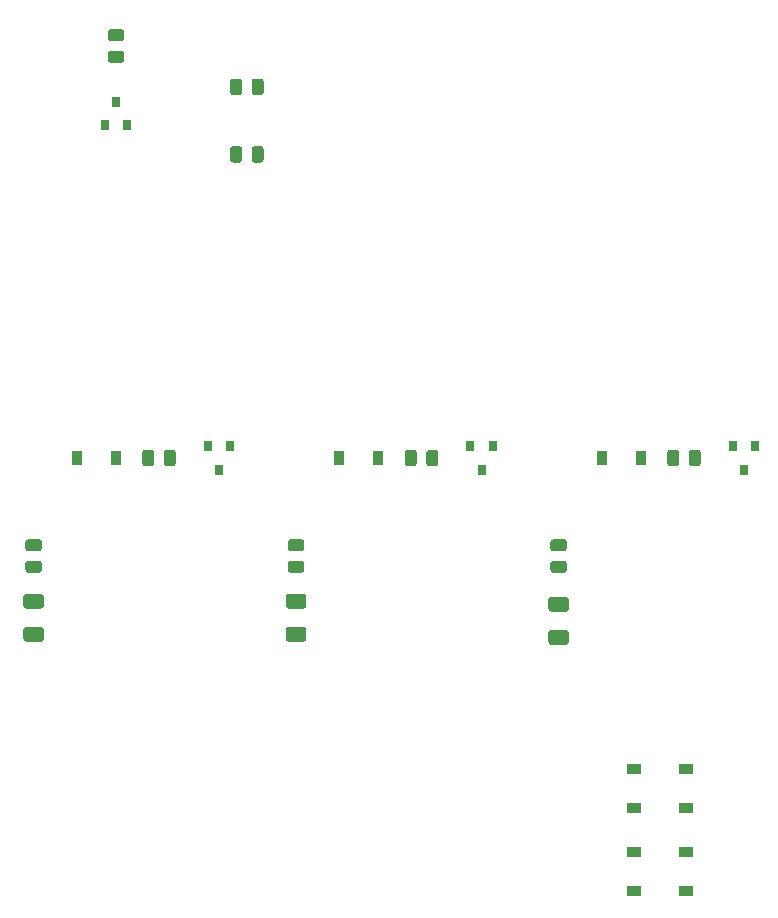
<source format=gbr>
%TF.GenerationSoftware,KiCad,Pcbnew,5.1.10*%
%TF.CreationDate,2022-03-18T21:46:21+01:00*%
%TF.ProjectId,ChickenDoor_V1,43686963-6b65-46e4-946f-6f725f56312e,V1*%
%TF.SameCoordinates,Original*%
%TF.FileFunction,Paste,Top*%
%TF.FilePolarity,Positive*%
%FSLAX46Y46*%
G04 Gerber Fmt 4.6, Leading zero omitted, Abs format (unit mm)*
G04 Created by KiCad (PCBNEW 5.1.10) date 2022-03-18 21:46:21*
%MOMM*%
%LPD*%
G01*
G04 APERTURE LIST*
%ADD10R,0.800000X0.900000*%
%ADD11R,0.900000X1.200000*%
%ADD12R,1.200000X0.900000*%
G04 APERTURE END LIST*
%TO.C,R7*%
G36*
G01*
X83227500Y-103320002D02*
X83227500Y-102419998D01*
G75*
G02*
X83477498Y-102170000I249998J0D01*
G01*
X84002502Y-102170000D01*
G75*
G02*
X84252500Y-102419998I0J-249998D01*
G01*
X84252500Y-103320002D01*
G75*
G02*
X84002502Y-103570000I-249998J0D01*
G01*
X83477498Y-103570000D01*
G75*
G02*
X83227500Y-103320002I0J249998D01*
G01*
G37*
G36*
G01*
X81402500Y-103320002D02*
X81402500Y-102419998D01*
G75*
G02*
X81652498Y-102170000I249998J0D01*
G01*
X82177502Y-102170000D01*
G75*
G02*
X82427500Y-102419998I0J-249998D01*
G01*
X82427500Y-103320002D01*
G75*
G02*
X82177502Y-103570000I-249998J0D01*
G01*
X81652498Y-103570000D01*
G75*
G02*
X81402500Y-103320002I0J249998D01*
G01*
G37*
%TD*%
D10*
%TO.C,Q4*%
X71755000Y-98425000D03*
X72705000Y-100425000D03*
X70805000Y-100425000D03*
%TD*%
%TO.C,D4*%
G36*
G01*
X108595000Y-143145000D02*
X109845000Y-143145000D01*
G75*
G02*
X110095000Y-143395000I0J-250000D01*
G01*
X110095000Y-144145000D01*
G75*
G02*
X109845000Y-144395000I-250000J0D01*
G01*
X108595000Y-144395000D01*
G75*
G02*
X108345000Y-144145000I0J250000D01*
G01*
X108345000Y-143395000D01*
G75*
G02*
X108595000Y-143145000I250000J0D01*
G01*
G37*
G36*
G01*
X108595000Y-140345000D02*
X109845000Y-140345000D01*
G75*
G02*
X110095000Y-140595000I0J-250000D01*
G01*
X110095000Y-141345000D01*
G75*
G02*
X109845000Y-141595000I-250000J0D01*
G01*
X108595000Y-141595000D01*
G75*
G02*
X108345000Y-141345000I0J250000D01*
G01*
X108345000Y-140595000D01*
G75*
G02*
X108595000Y-140345000I250000J0D01*
G01*
G37*
%TD*%
%TO.C,D3*%
G36*
G01*
X86370000Y-142885000D02*
X87620000Y-142885000D01*
G75*
G02*
X87870000Y-143135000I0J-250000D01*
G01*
X87870000Y-143885000D01*
G75*
G02*
X87620000Y-144135000I-250000J0D01*
G01*
X86370000Y-144135000D01*
G75*
G02*
X86120000Y-143885000I0J250000D01*
G01*
X86120000Y-143135000D01*
G75*
G02*
X86370000Y-142885000I250000J0D01*
G01*
G37*
G36*
G01*
X86370000Y-140085000D02*
X87620000Y-140085000D01*
G75*
G02*
X87870000Y-140335000I0J-250000D01*
G01*
X87870000Y-141085000D01*
G75*
G02*
X87620000Y-141335000I-250000J0D01*
G01*
X86370000Y-141335000D01*
G75*
G02*
X86120000Y-141085000I0J250000D01*
G01*
X86120000Y-140335000D01*
G75*
G02*
X86370000Y-140085000I250000J0D01*
G01*
G37*
%TD*%
%TO.C,D1*%
G36*
G01*
X64145000Y-142885000D02*
X65395000Y-142885000D01*
G75*
G02*
X65645000Y-143135000I0J-250000D01*
G01*
X65645000Y-143885000D01*
G75*
G02*
X65395000Y-144135000I-250000J0D01*
G01*
X64145000Y-144135000D01*
G75*
G02*
X63895000Y-143885000I0J250000D01*
G01*
X63895000Y-143135000D01*
G75*
G02*
X64145000Y-142885000I250000J0D01*
G01*
G37*
G36*
G01*
X64145000Y-140085000D02*
X65395000Y-140085000D01*
G75*
G02*
X65645000Y-140335000I0J-250000D01*
G01*
X65645000Y-141085000D01*
G75*
G02*
X65395000Y-141335000I-250000J0D01*
G01*
X64145000Y-141335000D01*
G75*
G02*
X63895000Y-141085000I0J250000D01*
G01*
X63895000Y-140335000D01*
G75*
G02*
X64145000Y-140085000I250000J0D01*
G01*
G37*
%TD*%
%TO.C,Q3*%
X102705000Y-129580000D03*
X101755000Y-127580000D03*
X103655000Y-127580000D03*
%TD*%
%TO.C,Q2*%
X124930000Y-129580000D03*
X123980000Y-127580000D03*
X125880000Y-127580000D03*
%TD*%
%TO.C,Q1*%
X80480000Y-129580000D03*
X79530000Y-127580000D03*
X81430000Y-127580000D03*
%TD*%
D11*
%TO.C,D6*%
X116165000Y-128580000D03*
X112865000Y-128580000D03*
%TD*%
%TO.C,D5*%
X93940000Y-128580000D03*
X90640000Y-128580000D03*
%TD*%
%TO.C,D2*%
X71715000Y-128580000D03*
X68415000Y-128580000D03*
%TD*%
%TO.C,R9*%
G36*
G01*
X82427500Y-96704998D02*
X82427500Y-97605002D01*
G75*
G02*
X82177502Y-97855000I-249998J0D01*
G01*
X81652498Y-97855000D01*
G75*
G02*
X81402500Y-97605002I0J249998D01*
G01*
X81402500Y-96704998D01*
G75*
G02*
X81652498Y-96455000I249998J0D01*
G01*
X82177502Y-96455000D01*
G75*
G02*
X82427500Y-96704998I0J-249998D01*
G01*
G37*
G36*
G01*
X84252500Y-96704998D02*
X84252500Y-97605002D01*
G75*
G02*
X84002502Y-97855000I-249998J0D01*
G01*
X83477498Y-97855000D01*
G75*
G02*
X83227500Y-97605002I0J249998D01*
G01*
X83227500Y-96704998D01*
G75*
G02*
X83477498Y-96455000I249998J0D01*
G01*
X84002502Y-96455000D01*
G75*
G02*
X84252500Y-96704998I0J-249998D01*
G01*
G37*
%TD*%
%TO.C,R8*%
G36*
G01*
X71304998Y-94102500D02*
X72205002Y-94102500D01*
G75*
G02*
X72455000Y-94352498I0J-249998D01*
G01*
X72455000Y-94877502D01*
G75*
G02*
X72205002Y-95127500I-249998J0D01*
G01*
X71304998Y-95127500D01*
G75*
G02*
X71055000Y-94877502I0J249998D01*
G01*
X71055000Y-94352498D01*
G75*
G02*
X71304998Y-94102500I249998J0D01*
G01*
G37*
G36*
G01*
X71304998Y-92277500D02*
X72205002Y-92277500D01*
G75*
G02*
X72455000Y-92527498I0J-249998D01*
G01*
X72455000Y-93052502D01*
G75*
G02*
X72205002Y-93302500I-249998J0D01*
G01*
X71304998Y-93302500D01*
G75*
G02*
X71055000Y-93052502I0J249998D01*
G01*
X71055000Y-92527498D01*
G75*
G02*
X71304998Y-92277500I249998J0D01*
G01*
G37*
%TD*%
%TO.C,R4*%
G36*
G01*
X119450000Y-128129998D02*
X119450000Y-129030002D01*
G75*
G02*
X119200002Y-129280000I-249998J0D01*
G01*
X118674998Y-129280000D01*
G75*
G02*
X118425000Y-129030002I0J249998D01*
G01*
X118425000Y-128129998D01*
G75*
G02*
X118674998Y-127880000I249998J0D01*
G01*
X119200002Y-127880000D01*
G75*
G02*
X119450000Y-128129998I0J-249998D01*
G01*
G37*
G36*
G01*
X121275000Y-128129998D02*
X121275000Y-129030002D01*
G75*
G02*
X121025002Y-129280000I-249998J0D01*
G01*
X120499998Y-129280000D01*
G75*
G02*
X120250000Y-129030002I0J249998D01*
G01*
X120250000Y-128129998D01*
G75*
G02*
X120499998Y-127880000I249998J0D01*
G01*
X121025002Y-127880000D01*
G75*
G02*
X121275000Y-128129998I0J-249998D01*
G01*
G37*
%TD*%
%TO.C,R3*%
G36*
G01*
X97225000Y-128129998D02*
X97225000Y-129030002D01*
G75*
G02*
X96975002Y-129280000I-249998J0D01*
G01*
X96449998Y-129280000D01*
G75*
G02*
X96200000Y-129030002I0J249998D01*
G01*
X96200000Y-128129998D01*
G75*
G02*
X96449998Y-127880000I249998J0D01*
G01*
X96975002Y-127880000D01*
G75*
G02*
X97225000Y-128129998I0J-249998D01*
G01*
G37*
G36*
G01*
X99050000Y-128129998D02*
X99050000Y-129030002D01*
G75*
G02*
X98800002Y-129280000I-249998J0D01*
G01*
X98274998Y-129280000D01*
G75*
G02*
X98025000Y-129030002I0J249998D01*
G01*
X98025000Y-128129998D01*
G75*
G02*
X98274998Y-127880000I249998J0D01*
G01*
X98800002Y-127880000D01*
G75*
G02*
X99050000Y-128129998I0J-249998D01*
G01*
G37*
%TD*%
%TO.C,R1*%
G36*
G01*
X75000000Y-128129998D02*
X75000000Y-129030002D01*
G75*
G02*
X74750002Y-129280000I-249998J0D01*
G01*
X74224998Y-129280000D01*
G75*
G02*
X73975000Y-129030002I0J249998D01*
G01*
X73975000Y-128129998D01*
G75*
G02*
X74224998Y-127880000I249998J0D01*
G01*
X74750002Y-127880000D01*
G75*
G02*
X75000000Y-128129998I0J-249998D01*
G01*
G37*
G36*
G01*
X76825000Y-128129998D02*
X76825000Y-129030002D01*
G75*
G02*
X76575002Y-129280000I-249998J0D01*
G01*
X76049998Y-129280000D01*
G75*
G02*
X75800000Y-129030002I0J249998D01*
G01*
X75800000Y-128129998D01*
G75*
G02*
X76049998Y-127880000I249998J0D01*
G01*
X76575002Y-127880000D01*
G75*
G02*
X76825000Y-128129998I0J-249998D01*
G01*
G37*
%TD*%
%TO.C,R6*%
G36*
G01*
X108769998Y-137282500D02*
X109670002Y-137282500D01*
G75*
G02*
X109920000Y-137532498I0J-249998D01*
G01*
X109920000Y-138057502D01*
G75*
G02*
X109670002Y-138307500I-249998J0D01*
G01*
X108769998Y-138307500D01*
G75*
G02*
X108520000Y-138057502I0J249998D01*
G01*
X108520000Y-137532498D01*
G75*
G02*
X108769998Y-137282500I249998J0D01*
G01*
G37*
G36*
G01*
X108769998Y-135457500D02*
X109670002Y-135457500D01*
G75*
G02*
X109920000Y-135707498I0J-249998D01*
G01*
X109920000Y-136232502D01*
G75*
G02*
X109670002Y-136482500I-249998J0D01*
G01*
X108769998Y-136482500D01*
G75*
G02*
X108520000Y-136232502I0J249998D01*
G01*
X108520000Y-135707498D01*
G75*
G02*
X108769998Y-135457500I249998J0D01*
G01*
G37*
%TD*%
%TO.C,R5*%
G36*
G01*
X86544998Y-137282500D02*
X87445002Y-137282500D01*
G75*
G02*
X87695000Y-137532498I0J-249998D01*
G01*
X87695000Y-138057502D01*
G75*
G02*
X87445002Y-138307500I-249998J0D01*
G01*
X86544998Y-138307500D01*
G75*
G02*
X86295000Y-138057502I0J249998D01*
G01*
X86295000Y-137532498D01*
G75*
G02*
X86544998Y-137282500I249998J0D01*
G01*
G37*
G36*
G01*
X86544998Y-135457500D02*
X87445002Y-135457500D01*
G75*
G02*
X87695000Y-135707498I0J-249998D01*
G01*
X87695000Y-136232502D01*
G75*
G02*
X87445002Y-136482500I-249998J0D01*
G01*
X86544998Y-136482500D01*
G75*
G02*
X86295000Y-136232502I0J249998D01*
G01*
X86295000Y-135707498D01*
G75*
G02*
X86544998Y-135457500I249998J0D01*
G01*
G37*
%TD*%
%TO.C,R2*%
G36*
G01*
X64319998Y-137282500D02*
X65220002Y-137282500D01*
G75*
G02*
X65470000Y-137532498I0J-249998D01*
G01*
X65470000Y-138057502D01*
G75*
G02*
X65220002Y-138307500I-249998J0D01*
G01*
X64319998Y-138307500D01*
G75*
G02*
X64070000Y-138057502I0J249998D01*
G01*
X64070000Y-137532498D01*
G75*
G02*
X64319998Y-137282500I249998J0D01*
G01*
G37*
G36*
G01*
X64319998Y-135457500D02*
X65220002Y-135457500D01*
G75*
G02*
X65470000Y-135707498I0J-249998D01*
G01*
X65470000Y-136232502D01*
G75*
G02*
X65220002Y-136482500I-249998J0D01*
G01*
X64319998Y-136482500D01*
G75*
G02*
X64070000Y-136232502I0J249998D01*
G01*
X64070000Y-135707498D01*
G75*
G02*
X64319998Y-135457500I249998J0D01*
G01*
G37*
%TD*%
D12*
%TO.C,D10*%
X115570000Y-165225000D03*
X115570000Y-161925000D03*
%TD*%
%TO.C,D9*%
X115570000Y-158240000D03*
X115570000Y-154940000D03*
%TD*%
%TO.C,D8*%
X120015000Y-165225000D03*
X120015000Y-161925000D03*
%TD*%
%TO.C,D7*%
X120015000Y-158240000D03*
X120015000Y-154940000D03*
%TD*%
M02*

</source>
